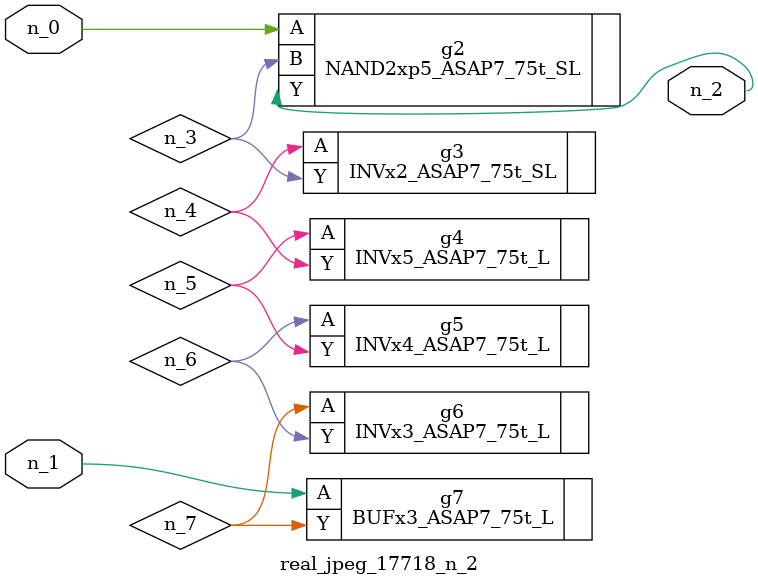
<source format=v>
module real_jpeg_17718_n_2 (n_1, n_0, n_2);

input n_1;
input n_0;

output n_2;

wire n_5;
wire n_4;
wire n_6;
wire n_7;
wire n_3;

NAND2xp5_ASAP7_75t_SL g2 ( 
.A(n_0),
.B(n_3),
.Y(n_2)
);

BUFx3_ASAP7_75t_L g7 ( 
.A(n_1),
.Y(n_7)
);

INVx2_ASAP7_75t_SL g3 ( 
.A(n_4),
.Y(n_3)
);

INVx5_ASAP7_75t_L g4 ( 
.A(n_5),
.Y(n_4)
);

INVx4_ASAP7_75t_L g5 ( 
.A(n_6),
.Y(n_5)
);

INVx3_ASAP7_75t_L g6 ( 
.A(n_7),
.Y(n_6)
);


endmodule
</source>
